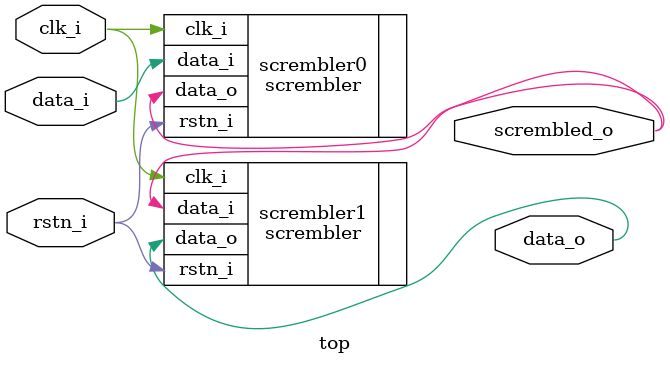
<source format=v>

module top (

  // Clock and reset
  input  clk_i,
  input  rstn_i,

  // Input data
  input  data_i,

  // Output data
  output scrembled_o,

  output data_o
);

  scrembler scrembler0 (
    .clk_i    ( clk_i       ),
    .rstn_i   ( rstn_i      ),

    .data_i   ( data_i      ),

    .data_o   ( scrembled_o )
  );

  scrembler scrembler1 (
    .clk_i    ( clk_i       ),
    .rstn_i   ( rstn_i      ),

    .data_i   ( scrembled_o ),

    .data_o   ( data_o      )
  );

endmodule

</source>
